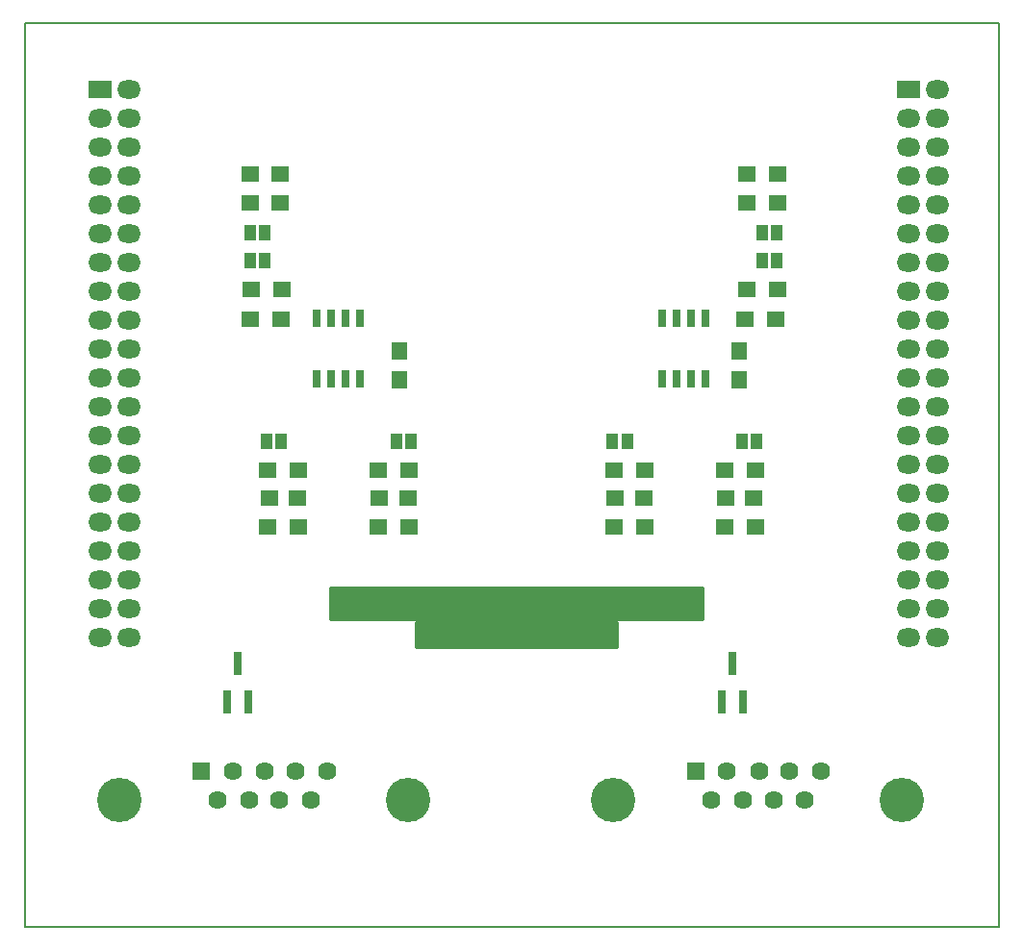
<source format=gbr>
G04 #@! TF.FileFunction,Soldermask,Top*
%FSLAX46Y46*%
G04 Gerber Fmt 4.6, Leading zero omitted, Abs format (unit mm)*
G04 Created by KiCad (PCBNEW 4.0.7-e2-6376~58~ubuntu16.04.1) date Tue Nov 20 12:23:16 2018*
%MOMM*%
%LPD*%
G01*
G04 APERTURE LIST*
%ADD10C,0.100000*%
%ADD11C,0.150000*%
%ADD12R,1.600000X1.400000*%
%ADD13R,1.600000X1.350000*%
%ADD14R,1.350000X1.600000*%
%ADD15R,1.070000X1.370000*%
%ADD16C,3.910000*%
%ADD17R,1.620000X1.620000*%
%ADD18C,1.620000*%
%ADD19R,0.700000X1.650000*%
%ADD20R,2.100000X1.624000*%
%ADD21O,2.100000X1.624000*%
%ADD22R,0.800000X2.100000*%
%ADD23C,0.254000*%
G04 APERTURE END LIST*
D10*
D11*
X151500000Y-133950000D02*
X65800000Y-133950000D01*
X65800000Y-133950000D02*
X65800000Y-54395000D01*
X151500000Y-54395000D02*
X151500000Y-133950000D01*
X65800000Y-54395000D02*
X151500000Y-54395000D01*
D12*
X88300000Y-80450000D03*
X85600000Y-80450000D03*
X129250000Y-67650000D03*
X131950000Y-67650000D03*
X85650000Y-77850000D03*
X88350000Y-77850000D03*
X131950000Y-70250000D03*
X129250000Y-70250000D03*
D13*
X117700000Y-96250000D03*
X120200000Y-96250000D03*
X127400000Y-96250000D03*
X129900000Y-96250000D03*
X99450000Y-96250000D03*
X96950000Y-96250000D03*
X89750000Y-96250000D03*
X87250000Y-96250000D03*
D14*
X128600000Y-83300000D03*
X128600000Y-85800000D03*
X98700000Y-83300000D03*
X98700000Y-85800000D03*
D15*
X85560000Y-72850000D03*
X86840000Y-72850000D03*
X85560000Y-75350000D03*
X86840000Y-75350000D03*
X131900000Y-75350000D03*
X130620000Y-75350000D03*
X131900000Y-72850000D03*
X130620000Y-72850000D03*
D16*
X117510000Y-122850000D03*
X142910000Y-122850000D03*
D17*
X124750000Y-120310000D03*
D18*
X127540000Y-120310000D03*
X130340000Y-120310000D03*
X133000000Y-120310000D03*
X135800000Y-120310000D03*
X134400000Y-122850000D03*
X131610000Y-122850000D03*
X128940000Y-122850000D03*
X126150000Y-122850000D03*
D16*
X74050000Y-122850000D03*
X99450000Y-122850000D03*
D17*
X81290000Y-120310000D03*
D18*
X84080000Y-120310000D03*
X86880000Y-120310000D03*
X89540000Y-120310000D03*
X92340000Y-120310000D03*
X90940000Y-122850000D03*
X88150000Y-122850000D03*
X85480000Y-122850000D03*
X82690000Y-122850000D03*
D15*
X128860000Y-91250000D03*
X130140000Y-91250000D03*
X117460000Y-91250000D03*
X118740000Y-91250000D03*
X98460000Y-91250000D03*
X99740000Y-91250000D03*
X87060000Y-91250000D03*
X88340000Y-91250000D03*
D12*
X120300000Y-93750000D03*
X117600000Y-93750000D03*
X120300000Y-98750000D03*
X117600000Y-98750000D03*
X89850000Y-98750000D03*
X87150000Y-98750000D03*
X89850000Y-93750000D03*
X87150000Y-93750000D03*
X130000000Y-93750000D03*
X127300000Y-93750000D03*
X130000000Y-98750000D03*
X127300000Y-98750000D03*
X99550000Y-98750000D03*
X96850000Y-98750000D03*
X99550000Y-93750000D03*
X96850000Y-93750000D03*
D19*
X125605000Y-80350000D03*
X124335000Y-80350000D03*
X123065000Y-80350000D03*
X121795000Y-80350000D03*
X121795000Y-85750000D03*
X123065000Y-85750000D03*
X124335000Y-85750000D03*
X125605000Y-85750000D03*
X95205000Y-80350000D03*
X93935000Y-80350000D03*
X92665000Y-80350000D03*
X91395000Y-80350000D03*
X91395000Y-85750000D03*
X92665000Y-85750000D03*
X93935000Y-85750000D03*
X95205000Y-85750000D03*
D12*
X131950000Y-77850000D03*
X129250000Y-77850000D03*
X85550000Y-70250000D03*
X88250000Y-70250000D03*
X129150000Y-80450000D03*
X131850000Y-80450000D03*
X88250000Y-67650000D03*
X85550000Y-67650000D03*
D20*
X143520000Y-60210000D03*
D21*
X146060000Y-60210000D03*
X143520000Y-72910000D03*
X146060000Y-62750000D03*
X143520000Y-75450000D03*
X146060000Y-65290000D03*
X143520000Y-77990000D03*
X146060000Y-67830000D03*
X143520000Y-80530000D03*
X146060000Y-70370000D03*
X143520000Y-83070000D03*
X146060000Y-72910000D03*
X143520000Y-85610000D03*
X146060000Y-75450000D03*
X143520000Y-88150000D03*
X146060000Y-77990000D03*
X143520000Y-90690000D03*
X146060000Y-80530000D03*
X143520000Y-93230000D03*
X146060000Y-83070000D03*
X143520000Y-95770000D03*
X146060000Y-85610000D03*
X143520000Y-98310000D03*
X146060000Y-88150000D03*
X146060000Y-90690000D03*
X143520000Y-100850000D03*
X146060000Y-93230000D03*
X146060000Y-98310000D03*
X146060000Y-100850000D03*
X146060000Y-103390000D03*
X146060000Y-105930000D03*
X143520000Y-103390000D03*
X143520000Y-105930000D03*
X143520000Y-62750000D03*
X143520000Y-65290000D03*
X143520000Y-67830000D03*
X143520000Y-70370000D03*
X143520000Y-108470000D03*
X146060000Y-108470000D03*
X146060000Y-95770000D03*
D20*
X72400000Y-60210000D03*
D21*
X74940000Y-60210000D03*
X72400000Y-62750000D03*
X74940000Y-62750000D03*
X72400000Y-65290000D03*
X74940000Y-65290000D03*
X72400000Y-67830000D03*
X74940000Y-67830000D03*
X72400000Y-70370000D03*
X74940000Y-70370000D03*
X72400000Y-72910000D03*
X74940000Y-72910000D03*
X72400000Y-75450000D03*
X74940000Y-75450000D03*
X72400000Y-77990000D03*
X74940000Y-77990000D03*
X72400000Y-80530000D03*
X74940000Y-80530000D03*
X72400000Y-83070000D03*
X74940000Y-83070000D03*
X72400000Y-85610000D03*
X74940000Y-85610000D03*
X72400000Y-88150000D03*
X74940000Y-88150000D03*
X72400000Y-90690000D03*
X74940000Y-90690000D03*
X72400000Y-93230000D03*
X74940000Y-93230000D03*
X72400000Y-95770000D03*
X74940000Y-95770000D03*
X72400000Y-98310000D03*
X74940000Y-98310000D03*
X72400000Y-100850000D03*
X74940000Y-100850000D03*
X72400000Y-103390000D03*
X74940000Y-103390000D03*
X72400000Y-105930000D03*
X74940000Y-105930000D03*
X72400000Y-108470000D03*
X74940000Y-108470000D03*
D22*
X127050000Y-114200000D03*
X128950000Y-114200000D03*
X128000000Y-110800000D03*
X83550000Y-114200000D03*
X85450000Y-114200000D03*
X84500000Y-110800000D03*
D23*
G36*
X125373000Y-106873000D02*
X92627000Y-106873000D01*
X92627000Y-104127000D01*
X125373000Y-104127000D01*
X125373000Y-106873000D01*
X125373000Y-106873000D01*
G37*
X125373000Y-106873000D02*
X92627000Y-106873000D01*
X92627000Y-104127000D01*
X125373000Y-104127000D01*
X125373000Y-106873000D01*
G36*
X117873000Y-109373000D02*
X100127000Y-109373000D01*
X100127000Y-107127000D01*
X117873000Y-107127000D01*
X117873000Y-109373000D01*
X117873000Y-109373000D01*
G37*
X117873000Y-109373000D02*
X100127000Y-109373000D01*
X100127000Y-107127000D01*
X117873000Y-107127000D01*
X117873000Y-109373000D01*
M02*

</source>
